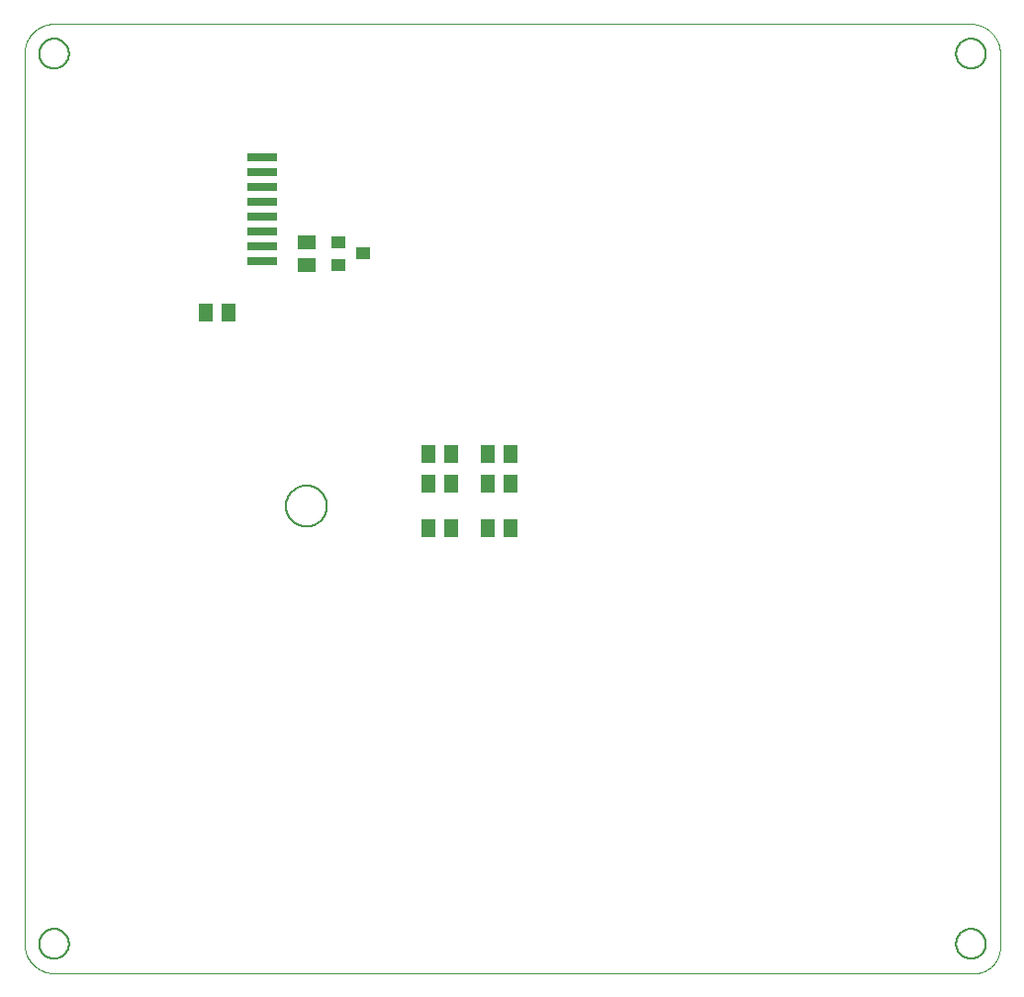
<source format=gtp>
G75*
%MOIN*%
%OFA0B0*%
%FSLAX25Y25*%
%IPPOS*%
%LPD*%
%AMOC8*
5,1,8,0,0,1.08239X$1,22.5*
%
%ADD10C,0.00000*%
%ADD11C,0.00600*%
%ADD12R,0.10000X0.03000*%
%ADD13R,0.05118X0.05906*%
%ADD14R,0.05906X0.05118*%
%ADD15R,0.04724X0.04000*%
D10*
X0013520Y0011600D02*
X0013520Y0311561D01*
X0013523Y0311803D01*
X0013532Y0312044D01*
X0013546Y0312285D01*
X0013567Y0312526D01*
X0013593Y0312766D01*
X0013625Y0313006D01*
X0013663Y0313245D01*
X0013706Y0313482D01*
X0013756Y0313719D01*
X0013811Y0313954D01*
X0013871Y0314188D01*
X0013938Y0314420D01*
X0014009Y0314651D01*
X0014087Y0314880D01*
X0014170Y0315107D01*
X0014258Y0315332D01*
X0014352Y0315555D01*
X0014451Y0315775D01*
X0014556Y0315993D01*
X0014665Y0316208D01*
X0014780Y0316421D01*
X0014900Y0316631D01*
X0015025Y0316837D01*
X0015155Y0317041D01*
X0015290Y0317242D01*
X0015430Y0317439D01*
X0015574Y0317633D01*
X0015723Y0317823D01*
X0015877Y0318009D01*
X0016035Y0318192D01*
X0016197Y0318371D01*
X0016364Y0318546D01*
X0016535Y0318717D01*
X0016710Y0318884D01*
X0016889Y0319046D01*
X0017072Y0319204D01*
X0017258Y0319358D01*
X0017448Y0319507D01*
X0017642Y0319651D01*
X0017839Y0319791D01*
X0018040Y0319926D01*
X0018244Y0320056D01*
X0018450Y0320181D01*
X0018660Y0320301D01*
X0018873Y0320416D01*
X0019088Y0320525D01*
X0019306Y0320630D01*
X0019526Y0320729D01*
X0019749Y0320823D01*
X0019974Y0320911D01*
X0020201Y0320994D01*
X0020430Y0321072D01*
X0020661Y0321143D01*
X0020893Y0321210D01*
X0021127Y0321270D01*
X0021362Y0321325D01*
X0021599Y0321375D01*
X0021836Y0321418D01*
X0022075Y0321456D01*
X0022315Y0321488D01*
X0022555Y0321514D01*
X0022796Y0321535D01*
X0023037Y0321549D01*
X0023278Y0321558D01*
X0023520Y0321561D01*
X0332260Y0321561D01*
X0332501Y0321558D01*
X0332741Y0321549D01*
X0332982Y0321535D01*
X0333221Y0321514D01*
X0333461Y0321488D01*
X0333699Y0321456D01*
X0333937Y0321419D01*
X0334174Y0321375D01*
X0334409Y0321326D01*
X0334644Y0321272D01*
X0334877Y0321211D01*
X0335108Y0321145D01*
X0335338Y0321073D01*
X0335566Y0320996D01*
X0335792Y0320914D01*
X0336016Y0320826D01*
X0336238Y0320732D01*
X0336458Y0320633D01*
X0336675Y0320529D01*
X0336889Y0320420D01*
X0337101Y0320306D01*
X0337310Y0320186D01*
X0337516Y0320062D01*
X0337719Y0319932D01*
X0337918Y0319798D01*
X0338115Y0319659D01*
X0338308Y0319515D01*
X0338497Y0319366D01*
X0338683Y0319213D01*
X0338865Y0319056D01*
X0339044Y0318894D01*
X0339218Y0318728D01*
X0339388Y0318558D01*
X0339554Y0318384D01*
X0339716Y0318205D01*
X0339873Y0318023D01*
X0340026Y0317837D01*
X0340175Y0317648D01*
X0340319Y0317455D01*
X0340458Y0317258D01*
X0340592Y0317059D01*
X0340722Y0316856D01*
X0340846Y0316650D01*
X0340966Y0316441D01*
X0341080Y0316229D01*
X0341189Y0316015D01*
X0341293Y0315798D01*
X0341392Y0315578D01*
X0341486Y0315356D01*
X0341574Y0315132D01*
X0341656Y0314906D01*
X0341733Y0314678D01*
X0341805Y0314448D01*
X0341871Y0314217D01*
X0341932Y0313984D01*
X0341986Y0313749D01*
X0342035Y0313514D01*
X0342079Y0313277D01*
X0342116Y0313039D01*
X0342148Y0312801D01*
X0342174Y0312561D01*
X0342195Y0312322D01*
X0342209Y0312081D01*
X0342218Y0311841D01*
X0342221Y0311600D01*
X0342220Y0311600D02*
X0342220Y0010301D01*
X0342221Y0010301D02*
X0342218Y0010091D01*
X0342211Y0009881D01*
X0342198Y0009671D01*
X0342180Y0009461D01*
X0342158Y0009252D01*
X0342130Y0009044D01*
X0342097Y0008836D01*
X0342059Y0008629D01*
X0342016Y0008423D01*
X0341968Y0008219D01*
X0341915Y0008015D01*
X0341858Y0007813D01*
X0341795Y0007612D01*
X0341728Y0007413D01*
X0341656Y0007216D01*
X0341579Y0007020D01*
X0341497Y0006826D01*
X0341411Y0006634D01*
X0341320Y0006445D01*
X0341224Y0006257D01*
X0341124Y0006072D01*
X0341020Y0005890D01*
X0340911Y0005710D01*
X0340798Y0005533D01*
X0340681Y0005358D01*
X0340559Y0005187D01*
X0340434Y0005018D01*
X0340304Y0004853D01*
X0340170Y0004690D01*
X0340033Y0004531D01*
X0339891Y0004375D01*
X0339746Y0004223D01*
X0339598Y0004075D01*
X0339446Y0003930D01*
X0339290Y0003788D01*
X0339131Y0003651D01*
X0338968Y0003517D01*
X0338803Y0003387D01*
X0338634Y0003262D01*
X0338463Y0003140D01*
X0338288Y0003023D01*
X0338111Y0002910D01*
X0337931Y0002801D01*
X0337749Y0002697D01*
X0337564Y0002597D01*
X0337376Y0002501D01*
X0337187Y0002410D01*
X0336995Y0002324D01*
X0336801Y0002242D01*
X0336605Y0002165D01*
X0336408Y0002093D01*
X0336209Y0002026D01*
X0336008Y0001963D01*
X0335806Y0001906D01*
X0335602Y0001853D01*
X0335398Y0001805D01*
X0335192Y0001762D01*
X0334985Y0001724D01*
X0334777Y0001691D01*
X0334569Y0001663D01*
X0334360Y0001641D01*
X0334150Y0001623D01*
X0333940Y0001610D01*
X0333730Y0001603D01*
X0333520Y0001600D01*
X0023520Y0001600D01*
X0023278Y0001603D01*
X0023037Y0001612D01*
X0022796Y0001626D01*
X0022555Y0001647D01*
X0022315Y0001673D01*
X0022075Y0001705D01*
X0021836Y0001743D01*
X0021599Y0001786D01*
X0021362Y0001836D01*
X0021127Y0001891D01*
X0020893Y0001951D01*
X0020661Y0002018D01*
X0020430Y0002089D01*
X0020201Y0002167D01*
X0019974Y0002250D01*
X0019749Y0002338D01*
X0019526Y0002432D01*
X0019306Y0002531D01*
X0019088Y0002636D01*
X0018873Y0002745D01*
X0018660Y0002860D01*
X0018450Y0002980D01*
X0018244Y0003105D01*
X0018040Y0003235D01*
X0017839Y0003370D01*
X0017642Y0003510D01*
X0017448Y0003654D01*
X0017258Y0003803D01*
X0017072Y0003957D01*
X0016889Y0004115D01*
X0016710Y0004277D01*
X0016535Y0004444D01*
X0016364Y0004615D01*
X0016197Y0004790D01*
X0016035Y0004969D01*
X0015877Y0005152D01*
X0015723Y0005338D01*
X0015574Y0005528D01*
X0015430Y0005722D01*
X0015290Y0005919D01*
X0015155Y0006120D01*
X0015025Y0006324D01*
X0014900Y0006530D01*
X0014780Y0006740D01*
X0014665Y0006953D01*
X0014556Y0007168D01*
X0014451Y0007386D01*
X0014352Y0007606D01*
X0014258Y0007829D01*
X0014170Y0008054D01*
X0014087Y0008281D01*
X0014009Y0008510D01*
X0013938Y0008741D01*
X0013871Y0008973D01*
X0013811Y0009207D01*
X0013756Y0009442D01*
X0013706Y0009679D01*
X0013663Y0009916D01*
X0013625Y0010155D01*
X0013593Y0010395D01*
X0013567Y0010635D01*
X0013546Y0010876D01*
X0013532Y0011117D01*
X0013523Y0011358D01*
X0013520Y0011600D01*
D11*
X0018520Y0011600D02*
X0018522Y0011741D01*
X0018528Y0011882D01*
X0018538Y0012022D01*
X0018552Y0012162D01*
X0018570Y0012302D01*
X0018591Y0012441D01*
X0018617Y0012580D01*
X0018646Y0012718D01*
X0018680Y0012854D01*
X0018717Y0012990D01*
X0018758Y0013125D01*
X0018803Y0013259D01*
X0018852Y0013391D01*
X0018904Y0013522D01*
X0018960Y0013651D01*
X0019020Y0013778D01*
X0019083Y0013904D01*
X0019149Y0014028D01*
X0019220Y0014151D01*
X0019293Y0014271D01*
X0019370Y0014389D01*
X0019450Y0014505D01*
X0019534Y0014618D01*
X0019620Y0014729D01*
X0019710Y0014838D01*
X0019803Y0014944D01*
X0019898Y0015047D01*
X0019997Y0015148D01*
X0020098Y0015246D01*
X0020202Y0015341D01*
X0020309Y0015433D01*
X0020418Y0015522D01*
X0020530Y0015607D01*
X0020644Y0015690D01*
X0020760Y0015770D01*
X0020879Y0015846D01*
X0021000Y0015918D01*
X0021122Y0015988D01*
X0021247Y0016053D01*
X0021373Y0016116D01*
X0021501Y0016174D01*
X0021631Y0016229D01*
X0021762Y0016281D01*
X0021895Y0016328D01*
X0022029Y0016372D01*
X0022164Y0016413D01*
X0022300Y0016449D01*
X0022437Y0016481D01*
X0022575Y0016510D01*
X0022713Y0016535D01*
X0022853Y0016555D01*
X0022993Y0016572D01*
X0023133Y0016585D01*
X0023274Y0016594D01*
X0023414Y0016599D01*
X0023555Y0016600D01*
X0023696Y0016597D01*
X0023837Y0016590D01*
X0023977Y0016579D01*
X0024117Y0016564D01*
X0024257Y0016545D01*
X0024396Y0016523D01*
X0024534Y0016496D01*
X0024672Y0016466D01*
X0024808Y0016431D01*
X0024944Y0016393D01*
X0025078Y0016351D01*
X0025212Y0016305D01*
X0025344Y0016256D01*
X0025474Y0016202D01*
X0025603Y0016145D01*
X0025730Y0016085D01*
X0025856Y0016021D01*
X0025979Y0015953D01*
X0026101Y0015882D01*
X0026221Y0015808D01*
X0026338Y0015730D01*
X0026453Y0015649D01*
X0026566Y0015565D01*
X0026677Y0015478D01*
X0026785Y0015387D01*
X0026890Y0015294D01*
X0026993Y0015197D01*
X0027093Y0015098D01*
X0027190Y0014996D01*
X0027284Y0014891D01*
X0027375Y0014784D01*
X0027463Y0014674D01*
X0027548Y0014562D01*
X0027630Y0014447D01*
X0027709Y0014330D01*
X0027784Y0014211D01*
X0027856Y0014090D01*
X0027924Y0013967D01*
X0027989Y0013842D01*
X0028051Y0013715D01*
X0028108Y0013586D01*
X0028163Y0013456D01*
X0028213Y0013325D01*
X0028260Y0013192D01*
X0028303Y0013058D01*
X0028342Y0012922D01*
X0028377Y0012786D01*
X0028409Y0012649D01*
X0028436Y0012511D01*
X0028460Y0012372D01*
X0028480Y0012232D01*
X0028496Y0012092D01*
X0028508Y0011952D01*
X0028516Y0011811D01*
X0028520Y0011670D01*
X0028520Y0011530D01*
X0028516Y0011389D01*
X0028508Y0011248D01*
X0028496Y0011108D01*
X0028480Y0010968D01*
X0028460Y0010828D01*
X0028436Y0010689D01*
X0028409Y0010551D01*
X0028377Y0010414D01*
X0028342Y0010278D01*
X0028303Y0010142D01*
X0028260Y0010008D01*
X0028213Y0009875D01*
X0028163Y0009744D01*
X0028108Y0009614D01*
X0028051Y0009485D01*
X0027989Y0009358D01*
X0027924Y0009233D01*
X0027856Y0009110D01*
X0027784Y0008989D01*
X0027709Y0008870D01*
X0027630Y0008753D01*
X0027548Y0008638D01*
X0027463Y0008526D01*
X0027375Y0008416D01*
X0027284Y0008309D01*
X0027190Y0008204D01*
X0027093Y0008102D01*
X0026993Y0008003D01*
X0026890Y0007906D01*
X0026785Y0007813D01*
X0026677Y0007722D01*
X0026566Y0007635D01*
X0026453Y0007551D01*
X0026338Y0007470D01*
X0026221Y0007392D01*
X0026101Y0007318D01*
X0025979Y0007247D01*
X0025856Y0007179D01*
X0025730Y0007115D01*
X0025603Y0007055D01*
X0025474Y0006998D01*
X0025344Y0006944D01*
X0025212Y0006895D01*
X0025078Y0006849D01*
X0024944Y0006807D01*
X0024808Y0006769D01*
X0024672Y0006734D01*
X0024534Y0006704D01*
X0024396Y0006677D01*
X0024257Y0006655D01*
X0024117Y0006636D01*
X0023977Y0006621D01*
X0023837Y0006610D01*
X0023696Y0006603D01*
X0023555Y0006600D01*
X0023414Y0006601D01*
X0023274Y0006606D01*
X0023133Y0006615D01*
X0022993Y0006628D01*
X0022853Y0006645D01*
X0022713Y0006665D01*
X0022575Y0006690D01*
X0022437Y0006719D01*
X0022300Y0006751D01*
X0022164Y0006787D01*
X0022029Y0006828D01*
X0021895Y0006872D01*
X0021762Y0006919D01*
X0021631Y0006971D01*
X0021501Y0007026D01*
X0021373Y0007084D01*
X0021247Y0007147D01*
X0021122Y0007212D01*
X0021000Y0007282D01*
X0020879Y0007354D01*
X0020760Y0007430D01*
X0020644Y0007510D01*
X0020530Y0007593D01*
X0020418Y0007678D01*
X0020309Y0007767D01*
X0020202Y0007859D01*
X0020098Y0007954D01*
X0019997Y0008052D01*
X0019898Y0008153D01*
X0019803Y0008256D01*
X0019710Y0008362D01*
X0019620Y0008471D01*
X0019534Y0008582D01*
X0019450Y0008695D01*
X0019370Y0008811D01*
X0019293Y0008929D01*
X0019220Y0009049D01*
X0019149Y0009172D01*
X0019083Y0009296D01*
X0019020Y0009422D01*
X0018960Y0009549D01*
X0018904Y0009678D01*
X0018852Y0009809D01*
X0018803Y0009941D01*
X0018758Y0010075D01*
X0018717Y0010210D01*
X0018680Y0010346D01*
X0018646Y0010482D01*
X0018617Y0010620D01*
X0018591Y0010759D01*
X0018570Y0010898D01*
X0018552Y0011038D01*
X0018538Y0011178D01*
X0018528Y0011318D01*
X0018522Y0011459D01*
X0018520Y0011600D01*
X0101630Y0159100D02*
X0101632Y0159269D01*
X0101638Y0159438D01*
X0101649Y0159607D01*
X0101663Y0159775D01*
X0101682Y0159943D01*
X0101705Y0160111D01*
X0101731Y0160278D01*
X0101762Y0160444D01*
X0101797Y0160610D01*
X0101836Y0160774D01*
X0101880Y0160938D01*
X0101927Y0161100D01*
X0101978Y0161261D01*
X0102033Y0161421D01*
X0102092Y0161580D01*
X0102154Y0161737D01*
X0102221Y0161892D01*
X0102292Y0162046D01*
X0102366Y0162198D01*
X0102444Y0162348D01*
X0102525Y0162496D01*
X0102610Y0162642D01*
X0102699Y0162786D01*
X0102791Y0162928D01*
X0102887Y0163067D01*
X0102986Y0163204D01*
X0103088Y0163339D01*
X0103194Y0163471D01*
X0103303Y0163600D01*
X0103415Y0163727D01*
X0103530Y0163851D01*
X0103648Y0163972D01*
X0103769Y0164090D01*
X0103893Y0164205D01*
X0104020Y0164317D01*
X0104149Y0164426D01*
X0104281Y0164532D01*
X0104416Y0164634D01*
X0104553Y0164733D01*
X0104692Y0164829D01*
X0104834Y0164921D01*
X0104978Y0165010D01*
X0105124Y0165095D01*
X0105272Y0165176D01*
X0105422Y0165254D01*
X0105574Y0165328D01*
X0105728Y0165399D01*
X0105883Y0165466D01*
X0106040Y0165528D01*
X0106199Y0165587D01*
X0106359Y0165642D01*
X0106520Y0165693D01*
X0106682Y0165740D01*
X0106846Y0165784D01*
X0107010Y0165823D01*
X0107176Y0165858D01*
X0107342Y0165889D01*
X0107509Y0165915D01*
X0107677Y0165938D01*
X0107845Y0165957D01*
X0108013Y0165971D01*
X0108182Y0165982D01*
X0108351Y0165988D01*
X0108520Y0165990D01*
X0108689Y0165988D01*
X0108858Y0165982D01*
X0109027Y0165971D01*
X0109195Y0165957D01*
X0109363Y0165938D01*
X0109531Y0165915D01*
X0109698Y0165889D01*
X0109864Y0165858D01*
X0110030Y0165823D01*
X0110194Y0165784D01*
X0110358Y0165740D01*
X0110520Y0165693D01*
X0110681Y0165642D01*
X0110841Y0165587D01*
X0111000Y0165528D01*
X0111157Y0165466D01*
X0111312Y0165399D01*
X0111466Y0165328D01*
X0111618Y0165254D01*
X0111768Y0165176D01*
X0111916Y0165095D01*
X0112062Y0165010D01*
X0112206Y0164921D01*
X0112348Y0164829D01*
X0112487Y0164733D01*
X0112624Y0164634D01*
X0112759Y0164532D01*
X0112891Y0164426D01*
X0113020Y0164317D01*
X0113147Y0164205D01*
X0113271Y0164090D01*
X0113392Y0163972D01*
X0113510Y0163851D01*
X0113625Y0163727D01*
X0113737Y0163600D01*
X0113846Y0163471D01*
X0113952Y0163339D01*
X0114054Y0163204D01*
X0114153Y0163067D01*
X0114249Y0162928D01*
X0114341Y0162786D01*
X0114430Y0162642D01*
X0114515Y0162496D01*
X0114596Y0162348D01*
X0114674Y0162198D01*
X0114748Y0162046D01*
X0114819Y0161892D01*
X0114886Y0161737D01*
X0114948Y0161580D01*
X0115007Y0161421D01*
X0115062Y0161261D01*
X0115113Y0161100D01*
X0115160Y0160938D01*
X0115204Y0160774D01*
X0115243Y0160610D01*
X0115278Y0160444D01*
X0115309Y0160278D01*
X0115335Y0160111D01*
X0115358Y0159943D01*
X0115377Y0159775D01*
X0115391Y0159607D01*
X0115402Y0159438D01*
X0115408Y0159269D01*
X0115410Y0159100D01*
X0115408Y0158931D01*
X0115402Y0158762D01*
X0115391Y0158593D01*
X0115377Y0158425D01*
X0115358Y0158257D01*
X0115335Y0158089D01*
X0115309Y0157922D01*
X0115278Y0157756D01*
X0115243Y0157590D01*
X0115204Y0157426D01*
X0115160Y0157262D01*
X0115113Y0157100D01*
X0115062Y0156939D01*
X0115007Y0156779D01*
X0114948Y0156620D01*
X0114886Y0156463D01*
X0114819Y0156308D01*
X0114748Y0156154D01*
X0114674Y0156002D01*
X0114596Y0155852D01*
X0114515Y0155704D01*
X0114430Y0155558D01*
X0114341Y0155414D01*
X0114249Y0155272D01*
X0114153Y0155133D01*
X0114054Y0154996D01*
X0113952Y0154861D01*
X0113846Y0154729D01*
X0113737Y0154600D01*
X0113625Y0154473D01*
X0113510Y0154349D01*
X0113392Y0154228D01*
X0113271Y0154110D01*
X0113147Y0153995D01*
X0113020Y0153883D01*
X0112891Y0153774D01*
X0112759Y0153668D01*
X0112624Y0153566D01*
X0112487Y0153467D01*
X0112348Y0153371D01*
X0112206Y0153279D01*
X0112062Y0153190D01*
X0111916Y0153105D01*
X0111768Y0153024D01*
X0111618Y0152946D01*
X0111466Y0152872D01*
X0111312Y0152801D01*
X0111157Y0152734D01*
X0111000Y0152672D01*
X0110841Y0152613D01*
X0110681Y0152558D01*
X0110520Y0152507D01*
X0110358Y0152460D01*
X0110194Y0152416D01*
X0110030Y0152377D01*
X0109864Y0152342D01*
X0109698Y0152311D01*
X0109531Y0152285D01*
X0109363Y0152262D01*
X0109195Y0152243D01*
X0109027Y0152229D01*
X0108858Y0152218D01*
X0108689Y0152212D01*
X0108520Y0152210D01*
X0108351Y0152212D01*
X0108182Y0152218D01*
X0108013Y0152229D01*
X0107845Y0152243D01*
X0107677Y0152262D01*
X0107509Y0152285D01*
X0107342Y0152311D01*
X0107176Y0152342D01*
X0107010Y0152377D01*
X0106846Y0152416D01*
X0106682Y0152460D01*
X0106520Y0152507D01*
X0106359Y0152558D01*
X0106199Y0152613D01*
X0106040Y0152672D01*
X0105883Y0152734D01*
X0105728Y0152801D01*
X0105574Y0152872D01*
X0105422Y0152946D01*
X0105272Y0153024D01*
X0105124Y0153105D01*
X0104978Y0153190D01*
X0104834Y0153279D01*
X0104692Y0153371D01*
X0104553Y0153467D01*
X0104416Y0153566D01*
X0104281Y0153668D01*
X0104149Y0153774D01*
X0104020Y0153883D01*
X0103893Y0153995D01*
X0103769Y0154110D01*
X0103648Y0154228D01*
X0103530Y0154349D01*
X0103415Y0154473D01*
X0103303Y0154600D01*
X0103194Y0154729D01*
X0103088Y0154861D01*
X0102986Y0154996D01*
X0102887Y0155133D01*
X0102791Y0155272D01*
X0102699Y0155414D01*
X0102610Y0155558D01*
X0102525Y0155704D01*
X0102444Y0155852D01*
X0102366Y0156002D01*
X0102292Y0156154D01*
X0102221Y0156308D01*
X0102154Y0156463D01*
X0102092Y0156620D01*
X0102033Y0156779D01*
X0101978Y0156939D01*
X0101927Y0157100D01*
X0101880Y0157262D01*
X0101836Y0157426D01*
X0101797Y0157590D01*
X0101762Y0157756D01*
X0101731Y0157922D01*
X0101705Y0158089D01*
X0101682Y0158257D01*
X0101663Y0158425D01*
X0101649Y0158593D01*
X0101638Y0158762D01*
X0101632Y0158931D01*
X0101630Y0159100D01*
X0018520Y0311600D02*
X0018522Y0311741D01*
X0018528Y0311882D01*
X0018538Y0312022D01*
X0018552Y0312162D01*
X0018570Y0312302D01*
X0018591Y0312441D01*
X0018617Y0312580D01*
X0018646Y0312718D01*
X0018680Y0312854D01*
X0018717Y0312990D01*
X0018758Y0313125D01*
X0018803Y0313259D01*
X0018852Y0313391D01*
X0018904Y0313522D01*
X0018960Y0313651D01*
X0019020Y0313778D01*
X0019083Y0313904D01*
X0019149Y0314028D01*
X0019220Y0314151D01*
X0019293Y0314271D01*
X0019370Y0314389D01*
X0019450Y0314505D01*
X0019534Y0314618D01*
X0019620Y0314729D01*
X0019710Y0314838D01*
X0019803Y0314944D01*
X0019898Y0315047D01*
X0019997Y0315148D01*
X0020098Y0315246D01*
X0020202Y0315341D01*
X0020309Y0315433D01*
X0020418Y0315522D01*
X0020530Y0315607D01*
X0020644Y0315690D01*
X0020760Y0315770D01*
X0020879Y0315846D01*
X0021000Y0315918D01*
X0021122Y0315988D01*
X0021247Y0316053D01*
X0021373Y0316116D01*
X0021501Y0316174D01*
X0021631Y0316229D01*
X0021762Y0316281D01*
X0021895Y0316328D01*
X0022029Y0316372D01*
X0022164Y0316413D01*
X0022300Y0316449D01*
X0022437Y0316481D01*
X0022575Y0316510D01*
X0022713Y0316535D01*
X0022853Y0316555D01*
X0022993Y0316572D01*
X0023133Y0316585D01*
X0023274Y0316594D01*
X0023414Y0316599D01*
X0023555Y0316600D01*
X0023696Y0316597D01*
X0023837Y0316590D01*
X0023977Y0316579D01*
X0024117Y0316564D01*
X0024257Y0316545D01*
X0024396Y0316523D01*
X0024534Y0316496D01*
X0024672Y0316466D01*
X0024808Y0316431D01*
X0024944Y0316393D01*
X0025078Y0316351D01*
X0025212Y0316305D01*
X0025344Y0316256D01*
X0025474Y0316202D01*
X0025603Y0316145D01*
X0025730Y0316085D01*
X0025856Y0316021D01*
X0025979Y0315953D01*
X0026101Y0315882D01*
X0026221Y0315808D01*
X0026338Y0315730D01*
X0026453Y0315649D01*
X0026566Y0315565D01*
X0026677Y0315478D01*
X0026785Y0315387D01*
X0026890Y0315294D01*
X0026993Y0315197D01*
X0027093Y0315098D01*
X0027190Y0314996D01*
X0027284Y0314891D01*
X0027375Y0314784D01*
X0027463Y0314674D01*
X0027548Y0314562D01*
X0027630Y0314447D01*
X0027709Y0314330D01*
X0027784Y0314211D01*
X0027856Y0314090D01*
X0027924Y0313967D01*
X0027989Y0313842D01*
X0028051Y0313715D01*
X0028108Y0313586D01*
X0028163Y0313456D01*
X0028213Y0313325D01*
X0028260Y0313192D01*
X0028303Y0313058D01*
X0028342Y0312922D01*
X0028377Y0312786D01*
X0028409Y0312649D01*
X0028436Y0312511D01*
X0028460Y0312372D01*
X0028480Y0312232D01*
X0028496Y0312092D01*
X0028508Y0311952D01*
X0028516Y0311811D01*
X0028520Y0311670D01*
X0028520Y0311530D01*
X0028516Y0311389D01*
X0028508Y0311248D01*
X0028496Y0311108D01*
X0028480Y0310968D01*
X0028460Y0310828D01*
X0028436Y0310689D01*
X0028409Y0310551D01*
X0028377Y0310414D01*
X0028342Y0310278D01*
X0028303Y0310142D01*
X0028260Y0310008D01*
X0028213Y0309875D01*
X0028163Y0309744D01*
X0028108Y0309614D01*
X0028051Y0309485D01*
X0027989Y0309358D01*
X0027924Y0309233D01*
X0027856Y0309110D01*
X0027784Y0308989D01*
X0027709Y0308870D01*
X0027630Y0308753D01*
X0027548Y0308638D01*
X0027463Y0308526D01*
X0027375Y0308416D01*
X0027284Y0308309D01*
X0027190Y0308204D01*
X0027093Y0308102D01*
X0026993Y0308003D01*
X0026890Y0307906D01*
X0026785Y0307813D01*
X0026677Y0307722D01*
X0026566Y0307635D01*
X0026453Y0307551D01*
X0026338Y0307470D01*
X0026221Y0307392D01*
X0026101Y0307318D01*
X0025979Y0307247D01*
X0025856Y0307179D01*
X0025730Y0307115D01*
X0025603Y0307055D01*
X0025474Y0306998D01*
X0025344Y0306944D01*
X0025212Y0306895D01*
X0025078Y0306849D01*
X0024944Y0306807D01*
X0024808Y0306769D01*
X0024672Y0306734D01*
X0024534Y0306704D01*
X0024396Y0306677D01*
X0024257Y0306655D01*
X0024117Y0306636D01*
X0023977Y0306621D01*
X0023837Y0306610D01*
X0023696Y0306603D01*
X0023555Y0306600D01*
X0023414Y0306601D01*
X0023274Y0306606D01*
X0023133Y0306615D01*
X0022993Y0306628D01*
X0022853Y0306645D01*
X0022713Y0306665D01*
X0022575Y0306690D01*
X0022437Y0306719D01*
X0022300Y0306751D01*
X0022164Y0306787D01*
X0022029Y0306828D01*
X0021895Y0306872D01*
X0021762Y0306919D01*
X0021631Y0306971D01*
X0021501Y0307026D01*
X0021373Y0307084D01*
X0021247Y0307147D01*
X0021122Y0307212D01*
X0021000Y0307282D01*
X0020879Y0307354D01*
X0020760Y0307430D01*
X0020644Y0307510D01*
X0020530Y0307593D01*
X0020418Y0307678D01*
X0020309Y0307767D01*
X0020202Y0307859D01*
X0020098Y0307954D01*
X0019997Y0308052D01*
X0019898Y0308153D01*
X0019803Y0308256D01*
X0019710Y0308362D01*
X0019620Y0308471D01*
X0019534Y0308582D01*
X0019450Y0308695D01*
X0019370Y0308811D01*
X0019293Y0308929D01*
X0019220Y0309049D01*
X0019149Y0309172D01*
X0019083Y0309296D01*
X0019020Y0309422D01*
X0018960Y0309549D01*
X0018904Y0309678D01*
X0018852Y0309809D01*
X0018803Y0309941D01*
X0018758Y0310075D01*
X0018717Y0310210D01*
X0018680Y0310346D01*
X0018646Y0310482D01*
X0018617Y0310620D01*
X0018591Y0310759D01*
X0018570Y0310898D01*
X0018552Y0311038D01*
X0018538Y0311178D01*
X0018528Y0311318D01*
X0018522Y0311459D01*
X0018520Y0311600D01*
X0327417Y0311600D02*
X0327419Y0311741D01*
X0327425Y0311882D01*
X0327435Y0312022D01*
X0327449Y0312162D01*
X0327467Y0312302D01*
X0327488Y0312441D01*
X0327514Y0312580D01*
X0327543Y0312718D01*
X0327577Y0312854D01*
X0327614Y0312990D01*
X0327655Y0313125D01*
X0327700Y0313259D01*
X0327749Y0313391D01*
X0327801Y0313522D01*
X0327857Y0313651D01*
X0327917Y0313778D01*
X0327980Y0313904D01*
X0328046Y0314028D01*
X0328117Y0314151D01*
X0328190Y0314271D01*
X0328267Y0314389D01*
X0328347Y0314505D01*
X0328431Y0314618D01*
X0328517Y0314729D01*
X0328607Y0314838D01*
X0328700Y0314944D01*
X0328795Y0315047D01*
X0328894Y0315148D01*
X0328995Y0315246D01*
X0329099Y0315341D01*
X0329206Y0315433D01*
X0329315Y0315522D01*
X0329427Y0315607D01*
X0329541Y0315690D01*
X0329657Y0315770D01*
X0329776Y0315846D01*
X0329897Y0315918D01*
X0330019Y0315988D01*
X0330144Y0316053D01*
X0330270Y0316116D01*
X0330398Y0316174D01*
X0330528Y0316229D01*
X0330659Y0316281D01*
X0330792Y0316328D01*
X0330926Y0316372D01*
X0331061Y0316413D01*
X0331197Y0316449D01*
X0331334Y0316481D01*
X0331472Y0316510D01*
X0331610Y0316535D01*
X0331750Y0316555D01*
X0331890Y0316572D01*
X0332030Y0316585D01*
X0332171Y0316594D01*
X0332311Y0316599D01*
X0332452Y0316600D01*
X0332593Y0316597D01*
X0332734Y0316590D01*
X0332874Y0316579D01*
X0333014Y0316564D01*
X0333154Y0316545D01*
X0333293Y0316523D01*
X0333431Y0316496D01*
X0333569Y0316466D01*
X0333705Y0316431D01*
X0333841Y0316393D01*
X0333975Y0316351D01*
X0334109Y0316305D01*
X0334241Y0316256D01*
X0334371Y0316202D01*
X0334500Y0316145D01*
X0334627Y0316085D01*
X0334753Y0316021D01*
X0334876Y0315953D01*
X0334998Y0315882D01*
X0335118Y0315808D01*
X0335235Y0315730D01*
X0335350Y0315649D01*
X0335463Y0315565D01*
X0335574Y0315478D01*
X0335682Y0315387D01*
X0335787Y0315294D01*
X0335890Y0315197D01*
X0335990Y0315098D01*
X0336087Y0314996D01*
X0336181Y0314891D01*
X0336272Y0314784D01*
X0336360Y0314674D01*
X0336445Y0314562D01*
X0336527Y0314447D01*
X0336606Y0314330D01*
X0336681Y0314211D01*
X0336753Y0314090D01*
X0336821Y0313967D01*
X0336886Y0313842D01*
X0336948Y0313715D01*
X0337005Y0313586D01*
X0337060Y0313456D01*
X0337110Y0313325D01*
X0337157Y0313192D01*
X0337200Y0313058D01*
X0337239Y0312922D01*
X0337274Y0312786D01*
X0337306Y0312649D01*
X0337333Y0312511D01*
X0337357Y0312372D01*
X0337377Y0312232D01*
X0337393Y0312092D01*
X0337405Y0311952D01*
X0337413Y0311811D01*
X0337417Y0311670D01*
X0337417Y0311530D01*
X0337413Y0311389D01*
X0337405Y0311248D01*
X0337393Y0311108D01*
X0337377Y0310968D01*
X0337357Y0310828D01*
X0337333Y0310689D01*
X0337306Y0310551D01*
X0337274Y0310414D01*
X0337239Y0310278D01*
X0337200Y0310142D01*
X0337157Y0310008D01*
X0337110Y0309875D01*
X0337060Y0309744D01*
X0337005Y0309614D01*
X0336948Y0309485D01*
X0336886Y0309358D01*
X0336821Y0309233D01*
X0336753Y0309110D01*
X0336681Y0308989D01*
X0336606Y0308870D01*
X0336527Y0308753D01*
X0336445Y0308638D01*
X0336360Y0308526D01*
X0336272Y0308416D01*
X0336181Y0308309D01*
X0336087Y0308204D01*
X0335990Y0308102D01*
X0335890Y0308003D01*
X0335787Y0307906D01*
X0335682Y0307813D01*
X0335574Y0307722D01*
X0335463Y0307635D01*
X0335350Y0307551D01*
X0335235Y0307470D01*
X0335118Y0307392D01*
X0334998Y0307318D01*
X0334876Y0307247D01*
X0334753Y0307179D01*
X0334627Y0307115D01*
X0334500Y0307055D01*
X0334371Y0306998D01*
X0334241Y0306944D01*
X0334109Y0306895D01*
X0333975Y0306849D01*
X0333841Y0306807D01*
X0333705Y0306769D01*
X0333569Y0306734D01*
X0333431Y0306704D01*
X0333293Y0306677D01*
X0333154Y0306655D01*
X0333014Y0306636D01*
X0332874Y0306621D01*
X0332734Y0306610D01*
X0332593Y0306603D01*
X0332452Y0306600D01*
X0332311Y0306601D01*
X0332171Y0306606D01*
X0332030Y0306615D01*
X0331890Y0306628D01*
X0331750Y0306645D01*
X0331610Y0306665D01*
X0331472Y0306690D01*
X0331334Y0306719D01*
X0331197Y0306751D01*
X0331061Y0306787D01*
X0330926Y0306828D01*
X0330792Y0306872D01*
X0330659Y0306919D01*
X0330528Y0306971D01*
X0330398Y0307026D01*
X0330270Y0307084D01*
X0330144Y0307147D01*
X0330019Y0307212D01*
X0329897Y0307282D01*
X0329776Y0307354D01*
X0329657Y0307430D01*
X0329541Y0307510D01*
X0329427Y0307593D01*
X0329315Y0307678D01*
X0329206Y0307767D01*
X0329099Y0307859D01*
X0328995Y0307954D01*
X0328894Y0308052D01*
X0328795Y0308153D01*
X0328700Y0308256D01*
X0328607Y0308362D01*
X0328517Y0308471D01*
X0328431Y0308582D01*
X0328347Y0308695D01*
X0328267Y0308811D01*
X0328190Y0308929D01*
X0328117Y0309049D01*
X0328046Y0309172D01*
X0327980Y0309296D01*
X0327917Y0309422D01*
X0327857Y0309549D01*
X0327801Y0309678D01*
X0327749Y0309809D01*
X0327700Y0309941D01*
X0327655Y0310075D01*
X0327614Y0310210D01*
X0327577Y0310346D01*
X0327543Y0310482D01*
X0327514Y0310620D01*
X0327488Y0310759D01*
X0327467Y0310898D01*
X0327449Y0311038D01*
X0327435Y0311178D01*
X0327425Y0311318D01*
X0327419Y0311459D01*
X0327417Y0311600D01*
X0327417Y0011600D02*
X0327419Y0011741D01*
X0327425Y0011882D01*
X0327435Y0012022D01*
X0327449Y0012162D01*
X0327467Y0012302D01*
X0327488Y0012441D01*
X0327514Y0012580D01*
X0327543Y0012718D01*
X0327577Y0012854D01*
X0327614Y0012990D01*
X0327655Y0013125D01*
X0327700Y0013259D01*
X0327749Y0013391D01*
X0327801Y0013522D01*
X0327857Y0013651D01*
X0327917Y0013778D01*
X0327980Y0013904D01*
X0328046Y0014028D01*
X0328117Y0014151D01*
X0328190Y0014271D01*
X0328267Y0014389D01*
X0328347Y0014505D01*
X0328431Y0014618D01*
X0328517Y0014729D01*
X0328607Y0014838D01*
X0328700Y0014944D01*
X0328795Y0015047D01*
X0328894Y0015148D01*
X0328995Y0015246D01*
X0329099Y0015341D01*
X0329206Y0015433D01*
X0329315Y0015522D01*
X0329427Y0015607D01*
X0329541Y0015690D01*
X0329657Y0015770D01*
X0329776Y0015846D01*
X0329897Y0015918D01*
X0330019Y0015988D01*
X0330144Y0016053D01*
X0330270Y0016116D01*
X0330398Y0016174D01*
X0330528Y0016229D01*
X0330659Y0016281D01*
X0330792Y0016328D01*
X0330926Y0016372D01*
X0331061Y0016413D01*
X0331197Y0016449D01*
X0331334Y0016481D01*
X0331472Y0016510D01*
X0331610Y0016535D01*
X0331750Y0016555D01*
X0331890Y0016572D01*
X0332030Y0016585D01*
X0332171Y0016594D01*
X0332311Y0016599D01*
X0332452Y0016600D01*
X0332593Y0016597D01*
X0332734Y0016590D01*
X0332874Y0016579D01*
X0333014Y0016564D01*
X0333154Y0016545D01*
X0333293Y0016523D01*
X0333431Y0016496D01*
X0333569Y0016466D01*
X0333705Y0016431D01*
X0333841Y0016393D01*
X0333975Y0016351D01*
X0334109Y0016305D01*
X0334241Y0016256D01*
X0334371Y0016202D01*
X0334500Y0016145D01*
X0334627Y0016085D01*
X0334753Y0016021D01*
X0334876Y0015953D01*
X0334998Y0015882D01*
X0335118Y0015808D01*
X0335235Y0015730D01*
X0335350Y0015649D01*
X0335463Y0015565D01*
X0335574Y0015478D01*
X0335682Y0015387D01*
X0335787Y0015294D01*
X0335890Y0015197D01*
X0335990Y0015098D01*
X0336087Y0014996D01*
X0336181Y0014891D01*
X0336272Y0014784D01*
X0336360Y0014674D01*
X0336445Y0014562D01*
X0336527Y0014447D01*
X0336606Y0014330D01*
X0336681Y0014211D01*
X0336753Y0014090D01*
X0336821Y0013967D01*
X0336886Y0013842D01*
X0336948Y0013715D01*
X0337005Y0013586D01*
X0337060Y0013456D01*
X0337110Y0013325D01*
X0337157Y0013192D01*
X0337200Y0013058D01*
X0337239Y0012922D01*
X0337274Y0012786D01*
X0337306Y0012649D01*
X0337333Y0012511D01*
X0337357Y0012372D01*
X0337377Y0012232D01*
X0337393Y0012092D01*
X0337405Y0011952D01*
X0337413Y0011811D01*
X0337417Y0011670D01*
X0337417Y0011530D01*
X0337413Y0011389D01*
X0337405Y0011248D01*
X0337393Y0011108D01*
X0337377Y0010968D01*
X0337357Y0010828D01*
X0337333Y0010689D01*
X0337306Y0010551D01*
X0337274Y0010414D01*
X0337239Y0010278D01*
X0337200Y0010142D01*
X0337157Y0010008D01*
X0337110Y0009875D01*
X0337060Y0009744D01*
X0337005Y0009614D01*
X0336948Y0009485D01*
X0336886Y0009358D01*
X0336821Y0009233D01*
X0336753Y0009110D01*
X0336681Y0008989D01*
X0336606Y0008870D01*
X0336527Y0008753D01*
X0336445Y0008638D01*
X0336360Y0008526D01*
X0336272Y0008416D01*
X0336181Y0008309D01*
X0336087Y0008204D01*
X0335990Y0008102D01*
X0335890Y0008003D01*
X0335787Y0007906D01*
X0335682Y0007813D01*
X0335574Y0007722D01*
X0335463Y0007635D01*
X0335350Y0007551D01*
X0335235Y0007470D01*
X0335118Y0007392D01*
X0334998Y0007318D01*
X0334876Y0007247D01*
X0334753Y0007179D01*
X0334627Y0007115D01*
X0334500Y0007055D01*
X0334371Y0006998D01*
X0334241Y0006944D01*
X0334109Y0006895D01*
X0333975Y0006849D01*
X0333841Y0006807D01*
X0333705Y0006769D01*
X0333569Y0006734D01*
X0333431Y0006704D01*
X0333293Y0006677D01*
X0333154Y0006655D01*
X0333014Y0006636D01*
X0332874Y0006621D01*
X0332734Y0006610D01*
X0332593Y0006603D01*
X0332452Y0006600D01*
X0332311Y0006601D01*
X0332171Y0006606D01*
X0332030Y0006615D01*
X0331890Y0006628D01*
X0331750Y0006645D01*
X0331610Y0006665D01*
X0331472Y0006690D01*
X0331334Y0006719D01*
X0331197Y0006751D01*
X0331061Y0006787D01*
X0330926Y0006828D01*
X0330792Y0006872D01*
X0330659Y0006919D01*
X0330528Y0006971D01*
X0330398Y0007026D01*
X0330270Y0007084D01*
X0330144Y0007147D01*
X0330019Y0007212D01*
X0329897Y0007282D01*
X0329776Y0007354D01*
X0329657Y0007430D01*
X0329541Y0007510D01*
X0329427Y0007593D01*
X0329315Y0007678D01*
X0329206Y0007767D01*
X0329099Y0007859D01*
X0328995Y0007954D01*
X0328894Y0008052D01*
X0328795Y0008153D01*
X0328700Y0008256D01*
X0328607Y0008362D01*
X0328517Y0008471D01*
X0328431Y0008582D01*
X0328347Y0008695D01*
X0328267Y0008811D01*
X0328190Y0008929D01*
X0328117Y0009049D01*
X0328046Y0009172D01*
X0327980Y0009296D01*
X0327917Y0009422D01*
X0327857Y0009549D01*
X0327801Y0009678D01*
X0327749Y0009809D01*
X0327700Y0009941D01*
X0327655Y0010075D01*
X0327614Y0010210D01*
X0327577Y0010346D01*
X0327543Y0010482D01*
X0327514Y0010620D01*
X0327488Y0010759D01*
X0327467Y0010898D01*
X0327449Y0011038D01*
X0327435Y0011178D01*
X0327425Y0011318D01*
X0327419Y0011459D01*
X0327417Y0011600D01*
D12*
X0093520Y0241600D03*
X0093520Y0246600D03*
X0093520Y0251600D03*
X0093520Y0256600D03*
X0093520Y0261600D03*
X0093520Y0266600D03*
X0093520Y0271600D03*
X0093520Y0276600D03*
D13*
X0082260Y0224100D03*
X0074780Y0224100D03*
X0149780Y0176600D03*
X0157260Y0176600D03*
X0157260Y0166600D03*
X0149780Y0166600D03*
X0149780Y0151600D03*
X0157260Y0151600D03*
X0169780Y0151600D03*
X0177260Y0151600D03*
X0177260Y0166600D03*
X0169780Y0166600D03*
X0169780Y0176600D03*
X0177260Y0176600D03*
D14*
X0108520Y0240360D03*
X0108520Y0247840D03*
D15*
X0119346Y0247840D03*
X0119346Y0240360D03*
X0127693Y0244100D03*
M02*

</source>
